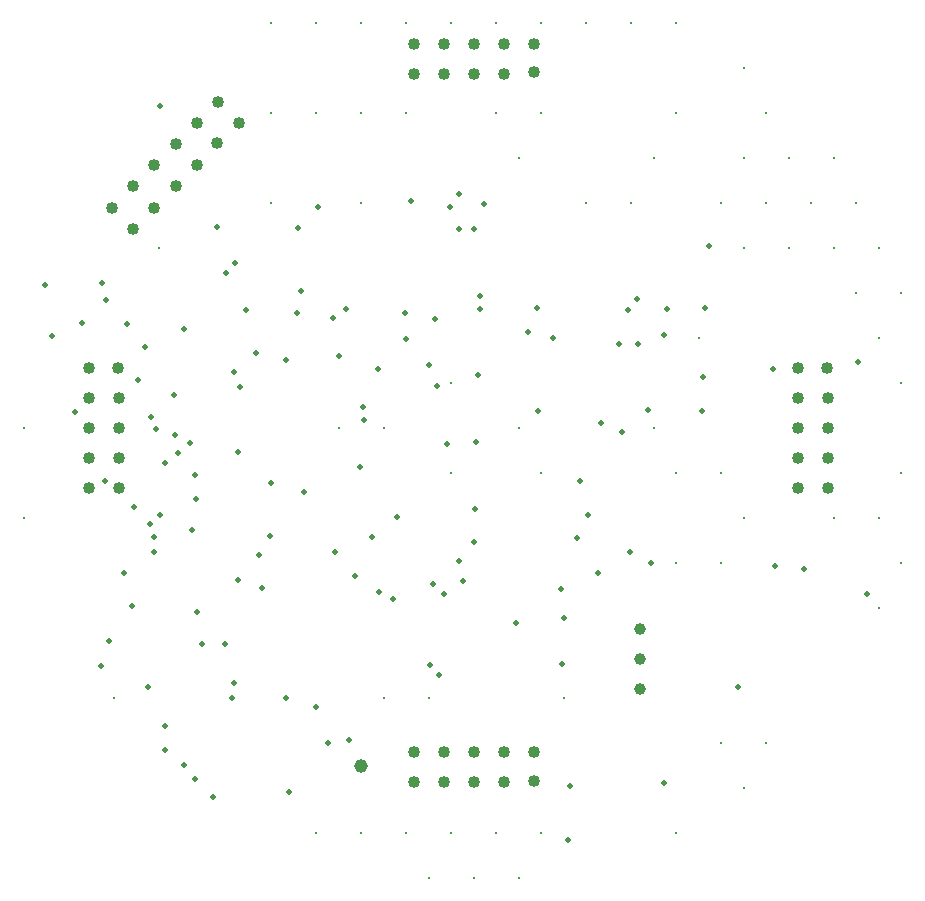
<source format=gbr>
%TF.GenerationSoftware,Altium Limited,Altium Designer,18.1.6 (161)*%
G04 Layer_Color=0*
%FSLAX25Y25*%
%MOIN*%
%TF.FileFunction,Plated,1,2,PTH,Drill*%
%TF.Part,Single*%
G01*
G75*
%TA.AperFunction,ComponentDrill*%
%ADD85C,0.04000*%
%ADD86C,0.03937*%
%ADD87C,0.04567*%
%ADD88C,0.04000*%
%ADD89C,0.04000*%
%TA.AperFunction,ViaDrill,NotFilled*%
%ADD90C,0.02000*%
%ADD91C,0.01200*%
D85*
X196850Y294961D02*
D03*
Y304961D02*
D03*
Y314961D02*
D03*
Y324961D02*
D03*
X196350Y334961D02*
D03*
X186850D02*
D03*
Y324961D02*
D03*
Y314961D02*
D03*
Y304961D02*
D03*
Y294961D02*
D03*
X423071D02*
D03*
Y304961D02*
D03*
Y314961D02*
D03*
Y324961D02*
D03*
Y334961D02*
D03*
X432571D02*
D03*
X433071Y324961D02*
D03*
Y314961D02*
D03*
Y304961D02*
D03*
Y294961D02*
D03*
D86*
X370437Y228000D02*
D03*
Y238000D02*
D03*
Y248000D02*
D03*
D87*
X277327Y202153D02*
D03*
D88*
X229713Y423713D02*
D03*
X236784Y416642D02*
D03*
X201429Y381287D02*
D03*
X208500Y388358D02*
D03*
X215571Y395429D02*
D03*
X222642Y402500D02*
D03*
X229360Y409925D02*
D03*
X222642Y416642D02*
D03*
X215571Y409571D02*
D03*
X208500Y402500D02*
D03*
X201429Y395429D02*
D03*
X194358Y388358D02*
D03*
D89*
X294961Y433071D02*
D03*
X304961D02*
D03*
X314961D02*
D03*
X324961D02*
D03*
X334961Y433571D02*
D03*
Y443071D02*
D03*
X324961D02*
D03*
X314961D02*
D03*
X304961D02*
D03*
X294961D02*
D03*
Y196850D02*
D03*
X304961D02*
D03*
X314961D02*
D03*
X324961D02*
D03*
X334961Y197350D02*
D03*
Y206850D02*
D03*
X324961D02*
D03*
X314961D02*
D03*
X304961D02*
D03*
X294961D02*
D03*
D90*
X203039Y331000D02*
D03*
X266500Y210000D02*
D03*
X252500Y225000D02*
D03*
X262500Y222000D02*
D03*
X273500Y211000D02*
D03*
X288000Y258000D02*
D03*
X378311Y196473D02*
D03*
X218500Y202654D02*
D03*
X222000Y198000D02*
D03*
X228000Y192000D02*
D03*
X212000Y207500D02*
D03*
X190851Y235550D02*
D03*
X193265Y244016D02*
D03*
X172000Y362500D02*
D03*
X210418Y422208D02*
D03*
X182000Y320407D02*
D03*
X236280Y307055D02*
D03*
X222642Y253500D02*
D03*
X208400Y273500D02*
D03*
X199242Y349500D02*
D03*
X403000Y228500D02*
D03*
X446000Y259500D02*
D03*
X283394Y260280D02*
D03*
X263000Y388500D02*
D03*
X256500Y381500D02*
D03*
X257507Y360500D02*
D03*
X329000Y250000D02*
D03*
X234500Y225000D02*
D03*
X347000Y195693D02*
D03*
X300500Y236000D02*
D03*
X303500Y232500D02*
D03*
X425000Y268000D02*
D03*
X415500Y268921D02*
D03*
X235000Y230000D02*
D03*
X344500Y236250D02*
D03*
X374000Y270000D02*
D03*
X236500Y264244D02*
D03*
X205500Y342000D02*
D03*
X201677Y288442D02*
D03*
X222082Y299220D02*
D03*
X222500Y291338D02*
D03*
X224500Y243000D02*
D03*
X232000D02*
D03*
X218500Y348000D02*
D03*
X300052Y336000D02*
D03*
X268000Y351631D02*
D03*
X191000Y363315D02*
D03*
X192500Y357500D02*
D03*
X253500Y193461D02*
D03*
X357252Y316500D02*
D03*
X356500Y266500D02*
D03*
X292000Y353095D02*
D03*
X302000Y351189D02*
D03*
X208400Y278500D02*
D03*
X192000Y297244D02*
D03*
X268650Y273500D02*
D03*
X277217Y302000D02*
D03*
X247000Y279000D02*
D03*
X243500Y272500D02*
D03*
X443000Y337000D02*
D03*
X311500Y263744D02*
D03*
X310000Y270500D02*
D03*
X275500Y265500D02*
D03*
X393500Y375500D02*
D03*
X215000Y326000D02*
D03*
X174500Y345480D02*
D03*
X198500Y266500D02*
D03*
X206500Y228500D02*
D03*
X221000Y281000D02*
D03*
X201000Y255500D02*
D03*
X344000Y261346D02*
D03*
X278500Y317500D02*
D03*
X207500Y318500D02*
D03*
X209000Y314500D02*
D03*
X278000Y322000D02*
D03*
X305000Y259500D02*
D03*
X256000Y353095D02*
D03*
X212000Y215500D02*
D03*
X294000Y390500D02*
D03*
X310201Y381201D02*
D03*
X272500Y354543D02*
D03*
X317158Y359000D02*
D03*
X314961Y381201D02*
D03*
X318500Y389500D02*
D03*
X307000Y388500D02*
D03*
X239000Y354248D02*
D03*
X345000Y251689D02*
D03*
X301500Y262752D02*
D03*
X306000Y309500D02*
D03*
X184500Y349811D02*
D03*
X229360Y382000D02*
D03*
X346500Y177500D02*
D03*
X220500Y309811D02*
D03*
X216500Y306500D02*
D03*
X212000Y303366D02*
D03*
X210500Y286000D02*
D03*
X207000Y283000D02*
D03*
X336500Y320500D02*
D03*
X244500Y261500D02*
D03*
X258500Y293500D02*
D03*
X310201Y393000D02*
D03*
X232500Y366500D02*
D03*
X363500Y343000D02*
D03*
X369500Y358000D02*
D03*
X366500Y354248D02*
D03*
X333000Y346850D02*
D03*
X237000Y328500D02*
D03*
X392000Y354748D02*
D03*
X252500Y337500D02*
D03*
X242500Y340000D02*
D03*
X379500Y354500D02*
D03*
X391000Y320500D02*
D03*
X414756Y334500D02*
D03*
X373000Y321000D02*
D03*
X349500Y278114D02*
D03*
X289500Y285339D02*
D03*
X270000Y339000D02*
D03*
X235000Y333500D02*
D03*
X247500Y296500D02*
D03*
X369874Y343000D02*
D03*
X281000Y278500D02*
D03*
X292500Y344500D02*
D03*
X367000Y273500D02*
D03*
X302752Y329000D02*
D03*
X316500Y332500D02*
D03*
X283122Y334500D02*
D03*
X317000Y354500D02*
D03*
X235500Y370000D02*
D03*
X378311Y346000D02*
D03*
X364500Y313500D02*
D03*
X350244Y297244D02*
D03*
X353000Y285756D02*
D03*
X341500Y345000D02*
D03*
X336000Y355000D02*
D03*
X315661Y310122D02*
D03*
X215500Y312500D02*
D03*
X315323Y287933D02*
D03*
X315161Y276839D02*
D03*
X391250Y331750D02*
D03*
D91*
X457500Y360000D02*
D03*
X450000Y375000D02*
D03*
Y345000D02*
D03*
X457500Y330000D02*
D03*
Y300000D02*
D03*
X450000Y285000D02*
D03*
X457500Y270000D02*
D03*
X450000Y255000D02*
D03*
X435000Y405000D02*
D03*
X442500Y390000D02*
D03*
X435000Y375000D02*
D03*
X442500Y360000D02*
D03*
X435000Y285000D02*
D03*
X420000Y405000D02*
D03*
X427500Y390000D02*
D03*
X420000Y375000D02*
D03*
X405000Y435000D02*
D03*
X412500Y420000D02*
D03*
X405000Y405000D02*
D03*
X412500Y390000D02*
D03*
X405000Y375000D02*
D03*
Y285000D02*
D03*
X412500Y210000D02*
D03*
X405000Y195000D02*
D03*
X397500Y390000D02*
D03*
X390000Y345000D02*
D03*
X397500Y300000D02*
D03*
Y270000D02*
D03*
Y210000D02*
D03*
X382500Y450000D02*
D03*
Y420000D02*
D03*
X375000Y405000D02*
D03*
Y315000D02*
D03*
X382500Y300000D02*
D03*
Y270000D02*
D03*
Y180000D02*
D03*
X367500Y450000D02*
D03*
Y390000D02*
D03*
X352500Y450000D02*
D03*
Y390000D02*
D03*
X345000Y225000D02*
D03*
X337500Y450000D02*
D03*
Y420000D02*
D03*
X330000Y405000D02*
D03*
Y315000D02*
D03*
X337500Y300000D02*
D03*
Y180000D02*
D03*
X330000Y165000D02*
D03*
X322500Y450000D02*
D03*
Y420000D02*
D03*
Y180000D02*
D03*
X315000Y165000D02*
D03*
X307500Y450000D02*
D03*
Y330000D02*
D03*
Y300000D02*
D03*
X300000Y225000D02*
D03*
X307500Y180000D02*
D03*
X300000Y165000D02*
D03*
X292500Y450000D02*
D03*
Y420000D02*
D03*
X285000Y315000D02*
D03*
Y225000D02*
D03*
X292500Y180000D02*
D03*
X277500Y450000D02*
D03*
Y420000D02*
D03*
Y390000D02*
D03*
X270000Y315000D02*
D03*
X277500Y180000D02*
D03*
X262500Y450000D02*
D03*
Y420000D02*
D03*
Y180000D02*
D03*
X247500Y450000D02*
D03*
Y420000D02*
D03*
Y390000D02*
D03*
X210000Y375000D02*
D03*
X195000Y225000D02*
D03*
X165000Y315000D02*
D03*
Y285000D02*
D03*
%TF.MD5,63a42911f2322873a39113e5e0b5d028*%
M02*

</source>
